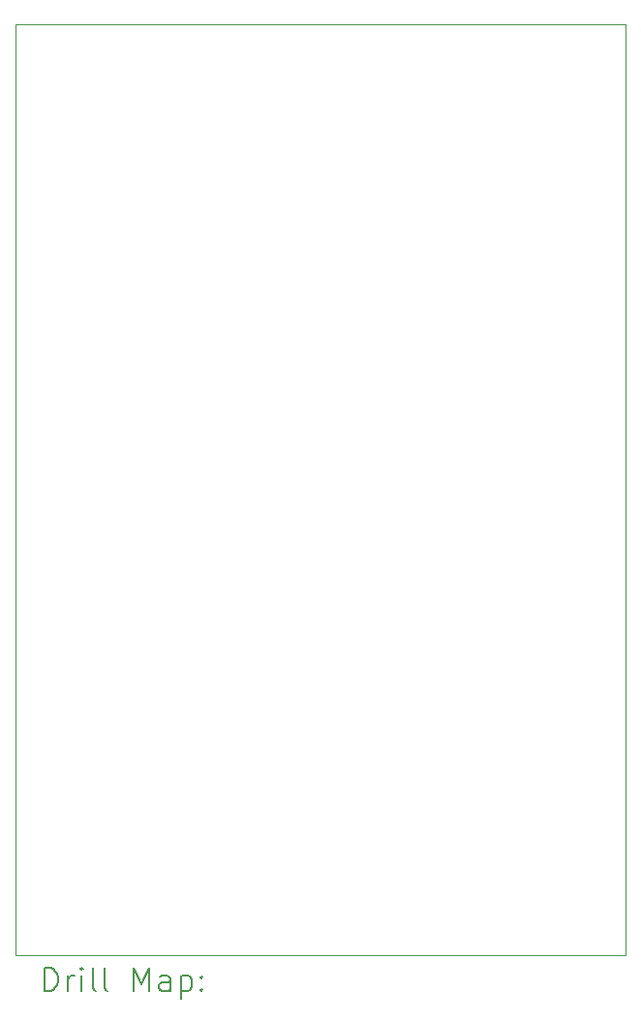
<source format=gbr>
%TF.GenerationSoftware,KiCad,Pcbnew,(6.0.9)*%
%TF.CreationDate,2024-02-12T22:17:18+01:00*%
%TF.ProjectId,Sombrero_MSX_Goa'uld,536f6d62-7265-4726-9f5f-4d53585f476f,rev?*%
%TF.SameCoordinates,Original*%
%TF.FileFunction,Drillmap*%
%TF.FilePolarity,Positive*%
%FSLAX45Y45*%
G04 Gerber Fmt 4.5, Leading zero omitted, Abs format (unit mm)*
G04 Created by KiCad (PCBNEW (6.0.9)) date 2024-02-12 22:17:18*
%MOMM*%
%LPD*%
G01*
G04 APERTURE LIST*
%ADD10C,0.050000*%
%ADD11C,0.200000*%
G04 APERTURE END LIST*
D10*
X12065000Y-6477000D02*
X17399000Y-6477000D01*
X17399000Y-6477000D02*
X17399000Y-14605000D01*
X17399000Y-14605000D02*
X12065000Y-14605000D01*
X12065000Y-14605000D02*
X12065000Y-6477000D01*
D11*
X12320119Y-14917976D02*
X12320119Y-14717976D01*
X12367738Y-14717976D01*
X12396309Y-14727500D01*
X12415357Y-14746548D01*
X12424881Y-14765595D01*
X12434405Y-14803690D01*
X12434405Y-14832262D01*
X12424881Y-14870357D01*
X12415357Y-14889405D01*
X12396309Y-14908452D01*
X12367738Y-14917976D01*
X12320119Y-14917976D01*
X12520119Y-14917976D02*
X12520119Y-14784643D01*
X12520119Y-14822738D02*
X12529643Y-14803690D01*
X12539167Y-14794167D01*
X12558214Y-14784643D01*
X12577262Y-14784643D01*
X12643928Y-14917976D02*
X12643928Y-14784643D01*
X12643928Y-14717976D02*
X12634405Y-14727500D01*
X12643928Y-14737024D01*
X12653452Y-14727500D01*
X12643928Y-14717976D01*
X12643928Y-14737024D01*
X12767738Y-14917976D02*
X12748690Y-14908452D01*
X12739167Y-14889405D01*
X12739167Y-14717976D01*
X12872500Y-14917976D02*
X12853452Y-14908452D01*
X12843928Y-14889405D01*
X12843928Y-14717976D01*
X13101071Y-14917976D02*
X13101071Y-14717976D01*
X13167738Y-14860833D01*
X13234405Y-14717976D01*
X13234405Y-14917976D01*
X13415357Y-14917976D02*
X13415357Y-14813214D01*
X13405833Y-14794167D01*
X13386786Y-14784643D01*
X13348690Y-14784643D01*
X13329643Y-14794167D01*
X13415357Y-14908452D02*
X13396309Y-14917976D01*
X13348690Y-14917976D01*
X13329643Y-14908452D01*
X13320119Y-14889405D01*
X13320119Y-14870357D01*
X13329643Y-14851309D01*
X13348690Y-14841786D01*
X13396309Y-14841786D01*
X13415357Y-14832262D01*
X13510595Y-14784643D02*
X13510595Y-14984643D01*
X13510595Y-14794167D02*
X13529643Y-14784643D01*
X13567738Y-14784643D01*
X13586786Y-14794167D01*
X13596309Y-14803690D01*
X13605833Y-14822738D01*
X13605833Y-14879881D01*
X13596309Y-14898928D01*
X13586786Y-14908452D01*
X13567738Y-14917976D01*
X13529643Y-14917976D01*
X13510595Y-14908452D01*
X13691548Y-14898928D02*
X13701071Y-14908452D01*
X13691548Y-14917976D01*
X13682024Y-14908452D01*
X13691548Y-14898928D01*
X13691548Y-14917976D01*
X13691548Y-14794167D02*
X13701071Y-14803690D01*
X13691548Y-14813214D01*
X13682024Y-14803690D01*
X13691548Y-14794167D01*
X13691548Y-14813214D01*
M02*

</source>
